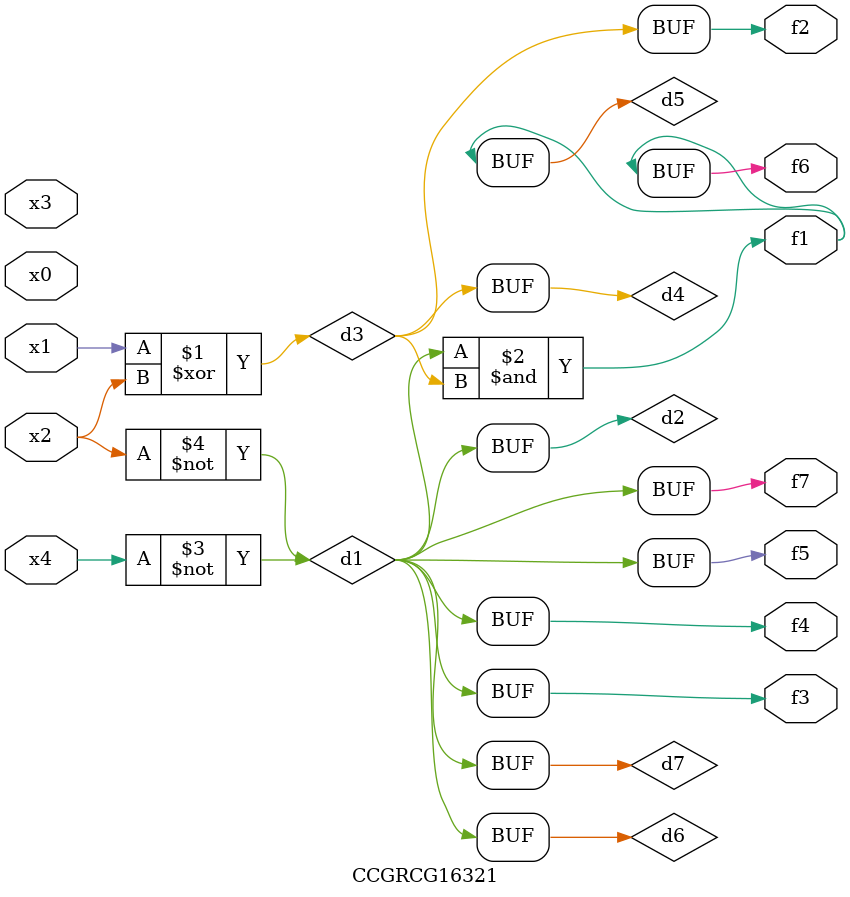
<source format=v>
module CCGRCG16321(
	input x0, x1, x2, x3, x4,
	output f1, f2, f3, f4, f5, f6, f7
);

	wire d1, d2, d3, d4, d5, d6, d7;

	not (d1, x4);
	not (d2, x2);
	xor (d3, x1, x2);
	buf (d4, d3);
	and (d5, d1, d3);
	buf (d6, d1, d2);
	buf (d7, d2);
	assign f1 = d5;
	assign f2 = d4;
	assign f3 = d7;
	assign f4 = d7;
	assign f5 = d7;
	assign f6 = d5;
	assign f7 = d7;
endmodule

</source>
